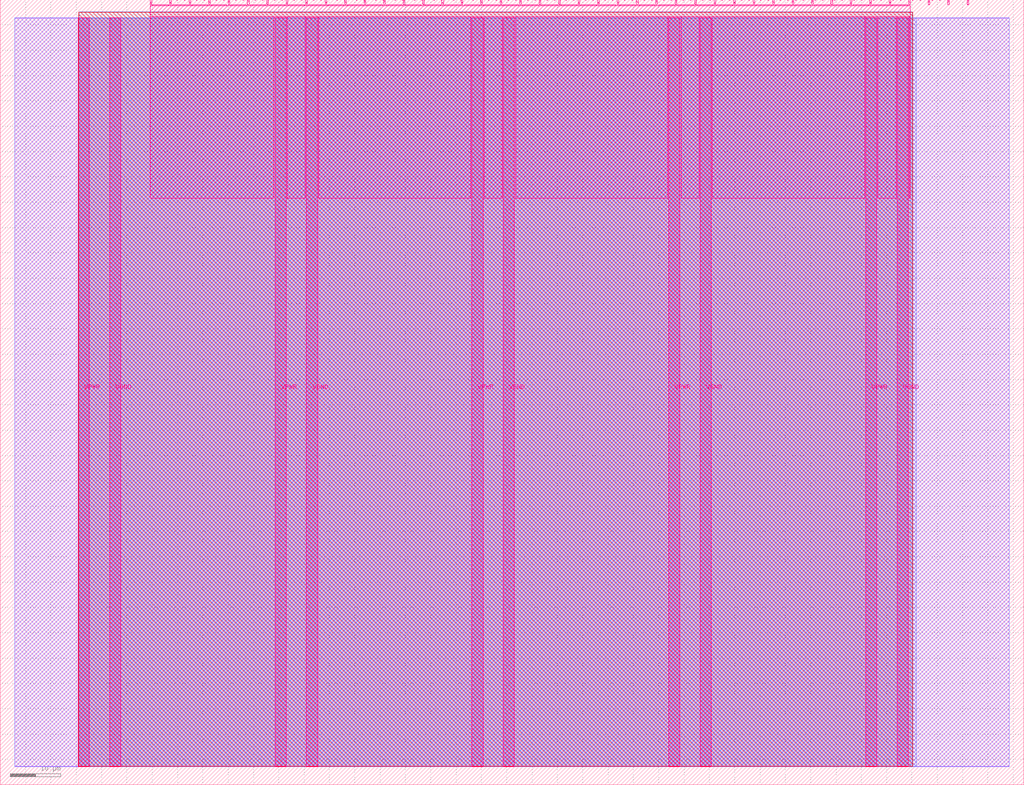
<source format=lef>
VERSION 5.7 ;
  NOWIREEXTENSIONATPIN ON ;
  DIVIDERCHAR "/" ;
  BUSBITCHARS "[]" ;
MACRO tt_um_array_mult_structural
  CLASS BLOCK ;
  FOREIGN tt_um_array_mult_structural ;
  ORIGIN 0.000 0.000 ;
  SIZE 202.080 BY 154.980 ;
  PIN VGND
    DIRECTION INOUT ;
    USE GROUND ;
    PORT
      LAYER Metal5 ;
        RECT 21.580 3.560 23.780 151.420 ;
    END
    PORT
      LAYER Metal5 ;
        RECT 60.450 3.560 62.650 151.420 ;
    END
    PORT
      LAYER Metal5 ;
        RECT 99.320 3.560 101.520 151.420 ;
    END
    PORT
      LAYER Metal5 ;
        RECT 138.190 3.560 140.390 151.420 ;
    END
    PORT
      LAYER Metal5 ;
        RECT 177.060 3.560 179.260 151.420 ;
    END
  END VGND
  PIN VPWR
    DIRECTION INOUT ;
    USE POWER ;
    PORT
      LAYER Metal5 ;
        RECT 15.380 3.560 17.580 151.420 ;
    END
    PORT
      LAYER Metal5 ;
        RECT 54.250 3.560 56.450 151.420 ;
    END
    PORT
      LAYER Metal5 ;
        RECT 93.120 3.560 95.320 151.420 ;
    END
    PORT
      LAYER Metal5 ;
        RECT 131.990 3.560 134.190 151.420 ;
    END
    PORT
      LAYER Metal5 ;
        RECT 170.860 3.560 173.060 151.420 ;
    END
  END VPWR
  PIN clk
    DIRECTION INPUT ;
    USE SIGNAL ;
    PORT
      LAYER Metal5 ;
        RECT 187.050 153.980 187.350 154.980 ;
    END
  END clk
  PIN ena
    DIRECTION INPUT ;
    USE SIGNAL ;
    PORT
      LAYER Metal5 ;
        RECT 190.890 153.980 191.190 154.980 ;
    END
  END ena
  PIN rst_n
    DIRECTION INPUT ;
    USE SIGNAL ;
    PORT
      LAYER Metal5 ;
        RECT 183.210 153.980 183.510 154.980 ;
    END
  END rst_n
  PIN ui_in[0]
    DIRECTION INPUT ;
    USE SIGNAL ;
    ANTENNAGATEAREA 0.213200 ;
    PORT
      LAYER Metal5 ;
        RECT 179.370 153.980 179.670 154.980 ;
    END
  END ui_in[0]
  PIN ui_in[1]
    DIRECTION INPUT ;
    USE SIGNAL ;
    ANTENNAGATEAREA 0.213200 ;
    PORT
      LAYER Metal5 ;
        RECT 175.530 153.980 175.830 154.980 ;
    END
  END ui_in[1]
  PIN ui_in[2]
    DIRECTION INPUT ;
    USE SIGNAL ;
    ANTENNAGATEAREA 0.213200 ;
    PORT
      LAYER Metal5 ;
        RECT 171.690 153.980 171.990 154.980 ;
    END
  END ui_in[2]
  PIN ui_in[3]
    DIRECTION INPUT ;
    USE SIGNAL ;
    ANTENNAGATEAREA 0.314600 ;
    PORT
      LAYER Metal5 ;
        RECT 167.850 153.980 168.150 154.980 ;
    END
  END ui_in[3]
  PIN ui_in[4]
    DIRECTION INPUT ;
    USE SIGNAL ;
    ANTENNAGATEAREA 0.314600 ;
    PORT
      LAYER Metal5 ;
        RECT 164.010 153.980 164.310 154.980 ;
    END
  END ui_in[4]
  PIN ui_in[5]
    DIRECTION INPUT ;
    USE SIGNAL ;
    ANTENNAGATEAREA 0.213200 ;
    PORT
      LAYER Metal5 ;
        RECT 160.170 153.980 160.470 154.980 ;
    END
  END ui_in[5]
  PIN ui_in[6]
    DIRECTION INPUT ;
    USE SIGNAL ;
    ANTENNAGATEAREA 0.213200 ;
    PORT
      LAYER Metal5 ;
        RECT 156.330 153.980 156.630 154.980 ;
    END
  END ui_in[6]
  PIN ui_in[7]
    DIRECTION INPUT ;
    USE SIGNAL ;
    ANTENNAGATEAREA 0.213200 ;
    PORT
      LAYER Metal5 ;
        RECT 152.490 153.980 152.790 154.980 ;
    END
  END ui_in[7]
  PIN uio_in[0]
    DIRECTION INPUT ;
    USE SIGNAL ;
    PORT
      LAYER Metal5 ;
        RECT 148.650 153.980 148.950 154.980 ;
    END
  END uio_in[0]
  PIN uio_in[1]
    DIRECTION INPUT ;
    USE SIGNAL ;
    PORT
      LAYER Metal5 ;
        RECT 144.810 153.980 145.110 154.980 ;
    END
  END uio_in[1]
  PIN uio_in[2]
    DIRECTION INPUT ;
    USE SIGNAL ;
    PORT
      LAYER Metal5 ;
        RECT 140.970 153.980 141.270 154.980 ;
    END
  END uio_in[2]
  PIN uio_in[3]
    DIRECTION INPUT ;
    USE SIGNAL ;
    PORT
      LAYER Metal5 ;
        RECT 137.130 153.980 137.430 154.980 ;
    END
  END uio_in[3]
  PIN uio_in[4]
    DIRECTION INPUT ;
    USE SIGNAL ;
    PORT
      LAYER Metal5 ;
        RECT 133.290 153.980 133.590 154.980 ;
    END
  END uio_in[4]
  PIN uio_in[5]
    DIRECTION INPUT ;
    USE SIGNAL ;
    PORT
      LAYER Metal5 ;
        RECT 129.450 153.980 129.750 154.980 ;
    END
  END uio_in[5]
  PIN uio_in[6]
    DIRECTION INPUT ;
    USE SIGNAL ;
    PORT
      LAYER Metal5 ;
        RECT 125.610 153.980 125.910 154.980 ;
    END
  END uio_in[6]
  PIN uio_in[7]
    DIRECTION INPUT ;
    USE SIGNAL ;
    PORT
      LAYER Metal5 ;
        RECT 121.770 153.980 122.070 154.980 ;
    END
  END uio_in[7]
  PIN uio_oe[0]
    DIRECTION OUTPUT ;
    USE SIGNAL ;
    ANTENNADIFFAREA 0.299200 ;
    PORT
      LAYER Metal5 ;
        RECT 56.490 153.980 56.790 154.980 ;
    END
  END uio_oe[0]
  PIN uio_oe[1]
    DIRECTION OUTPUT ;
    USE SIGNAL ;
    ANTENNADIFFAREA 0.299200 ;
    PORT
      LAYER Metal5 ;
        RECT 52.650 153.980 52.950 154.980 ;
    END
  END uio_oe[1]
  PIN uio_oe[2]
    DIRECTION OUTPUT ;
    USE SIGNAL ;
    ANTENNADIFFAREA 0.299200 ;
    PORT
      LAYER Metal5 ;
        RECT 48.810 153.980 49.110 154.980 ;
    END
  END uio_oe[2]
  PIN uio_oe[3]
    DIRECTION OUTPUT ;
    USE SIGNAL ;
    ANTENNADIFFAREA 0.299200 ;
    PORT
      LAYER Metal5 ;
        RECT 44.970 153.980 45.270 154.980 ;
    END
  END uio_oe[3]
  PIN uio_oe[4]
    DIRECTION OUTPUT ;
    USE SIGNAL ;
    ANTENNADIFFAREA 0.299200 ;
    PORT
      LAYER Metal5 ;
        RECT 41.130 153.980 41.430 154.980 ;
    END
  END uio_oe[4]
  PIN uio_oe[5]
    DIRECTION OUTPUT ;
    USE SIGNAL ;
    ANTENNADIFFAREA 0.299200 ;
    PORT
      LAYER Metal5 ;
        RECT 37.290 153.980 37.590 154.980 ;
    END
  END uio_oe[5]
  PIN uio_oe[6]
    DIRECTION OUTPUT ;
    USE SIGNAL ;
    ANTENNADIFFAREA 0.299200 ;
    PORT
      LAYER Metal5 ;
        RECT 33.450 153.980 33.750 154.980 ;
    END
  END uio_oe[6]
  PIN uio_oe[7]
    DIRECTION OUTPUT ;
    USE SIGNAL ;
    ANTENNADIFFAREA 0.299200 ;
    PORT
      LAYER Metal5 ;
        RECT 29.610 153.980 29.910 154.980 ;
    END
  END uio_oe[7]
  PIN uio_out[0]
    DIRECTION OUTPUT ;
    USE SIGNAL ;
    ANTENNADIFFAREA 0.299200 ;
    PORT
      LAYER Metal5 ;
        RECT 87.210 153.980 87.510 154.980 ;
    END
  END uio_out[0]
  PIN uio_out[1]
    DIRECTION OUTPUT ;
    USE SIGNAL ;
    ANTENNADIFFAREA 0.299200 ;
    PORT
      LAYER Metal5 ;
        RECT 83.370 153.980 83.670 154.980 ;
    END
  END uio_out[1]
  PIN uio_out[2]
    DIRECTION OUTPUT ;
    USE SIGNAL ;
    ANTENNADIFFAREA 0.299200 ;
    PORT
      LAYER Metal5 ;
        RECT 79.530 153.980 79.830 154.980 ;
    END
  END uio_out[2]
  PIN uio_out[3]
    DIRECTION OUTPUT ;
    USE SIGNAL ;
    ANTENNADIFFAREA 0.299200 ;
    PORT
      LAYER Metal5 ;
        RECT 75.690 153.980 75.990 154.980 ;
    END
  END uio_out[3]
  PIN uio_out[4]
    DIRECTION OUTPUT ;
    USE SIGNAL ;
    ANTENNADIFFAREA 0.299200 ;
    PORT
      LAYER Metal5 ;
        RECT 71.850 153.980 72.150 154.980 ;
    END
  END uio_out[4]
  PIN uio_out[5]
    DIRECTION OUTPUT ;
    USE SIGNAL ;
    ANTENNADIFFAREA 0.299200 ;
    PORT
      LAYER Metal5 ;
        RECT 68.010 153.980 68.310 154.980 ;
    END
  END uio_out[5]
  PIN uio_out[6]
    DIRECTION OUTPUT ;
    USE SIGNAL ;
    ANTENNADIFFAREA 0.299200 ;
    PORT
      LAYER Metal5 ;
        RECT 64.170 153.980 64.470 154.980 ;
    END
  END uio_out[6]
  PIN uio_out[7]
    DIRECTION OUTPUT ;
    USE SIGNAL ;
    ANTENNADIFFAREA 0.299200 ;
    PORT
      LAYER Metal5 ;
        RECT 60.330 153.980 60.630 154.980 ;
    END
  END uio_out[7]
  PIN uo_out[0]
    DIRECTION OUTPUT ;
    USE SIGNAL ;
    ANTENNADIFFAREA 0.654800 ;
    PORT
      LAYER Metal5 ;
        RECT 117.930 153.980 118.230 154.980 ;
    END
  END uo_out[0]
  PIN uo_out[1]
    DIRECTION OUTPUT ;
    USE SIGNAL ;
    ANTENNADIFFAREA 0.654800 ;
    PORT
      LAYER Metal5 ;
        RECT 114.090 153.980 114.390 154.980 ;
    END
  END uo_out[1]
  PIN uo_out[2]
    DIRECTION OUTPUT ;
    USE SIGNAL ;
    ANTENNADIFFAREA 0.654800 ;
    PORT
      LAYER Metal5 ;
        RECT 110.250 153.980 110.550 154.980 ;
    END
  END uo_out[2]
  PIN uo_out[3]
    DIRECTION OUTPUT ;
    USE SIGNAL ;
    ANTENNADIFFAREA 0.654800 ;
    PORT
      LAYER Metal5 ;
        RECT 106.410 153.980 106.710 154.980 ;
    END
  END uo_out[3]
  PIN uo_out[4]
    DIRECTION OUTPUT ;
    USE SIGNAL ;
    ANTENNADIFFAREA 0.654800 ;
    PORT
      LAYER Metal5 ;
        RECT 102.570 153.980 102.870 154.980 ;
    END
  END uo_out[4]
  PIN uo_out[5]
    DIRECTION OUTPUT ;
    USE SIGNAL ;
    ANTENNADIFFAREA 0.654800 ;
    PORT
      LAYER Metal5 ;
        RECT 98.730 153.980 99.030 154.980 ;
    END
  END uo_out[5]
  PIN uo_out[6]
    DIRECTION OUTPUT ;
    USE SIGNAL ;
    ANTENNADIFFAREA 0.654800 ;
    PORT
      LAYER Metal5 ;
        RECT 94.890 153.980 95.190 154.980 ;
    END
  END uo_out[6]
  PIN uo_out[7]
    DIRECTION OUTPUT ;
    USE SIGNAL ;
    ANTENNADIFFAREA 0.654800 ;
    PORT
      LAYER Metal5 ;
        RECT 91.050 153.980 91.350 154.980 ;
    END
  END uo_out[7]
  OBS
      LAYER GatPoly ;
        RECT 2.880 3.630 199.200 151.350 ;
      LAYER Metal1 ;
        RECT 2.880 3.560 199.200 151.420 ;
      LAYER Metal2 ;
        RECT 15.515 3.680 180.865 151.300 ;
      LAYER Metal3 ;
        RECT 15.560 3.635 180.100 152.605 ;
      LAYER Metal4 ;
        RECT 15.515 3.680 180.145 152.560 ;
      LAYER Metal5 ;
        RECT 30.120 153.770 33.240 153.980 ;
        RECT 33.960 153.770 37.080 153.980 ;
        RECT 37.800 153.770 40.920 153.980 ;
        RECT 41.640 153.770 44.760 153.980 ;
        RECT 45.480 153.770 48.600 153.980 ;
        RECT 49.320 153.770 52.440 153.980 ;
        RECT 53.160 153.770 56.280 153.980 ;
        RECT 57.000 153.770 60.120 153.980 ;
        RECT 60.840 153.770 63.960 153.980 ;
        RECT 64.680 153.770 67.800 153.980 ;
        RECT 68.520 153.770 71.640 153.980 ;
        RECT 72.360 153.770 75.480 153.980 ;
        RECT 76.200 153.770 79.320 153.980 ;
        RECT 80.040 153.770 83.160 153.980 ;
        RECT 83.880 153.770 87.000 153.980 ;
        RECT 87.720 153.770 90.840 153.980 ;
        RECT 91.560 153.770 94.680 153.980 ;
        RECT 95.400 153.770 98.520 153.980 ;
        RECT 99.240 153.770 102.360 153.980 ;
        RECT 103.080 153.770 106.200 153.980 ;
        RECT 106.920 153.770 110.040 153.980 ;
        RECT 110.760 153.770 113.880 153.980 ;
        RECT 114.600 153.770 117.720 153.980 ;
        RECT 118.440 153.770 121.560 153.980 ;
        RECT 122.280 153.770 125.400 153.980 ;
        RECT 126.120 153.770 129.240 153.980 ;
        RECT 129.960 153.770 133.080 153.980 ;
        RECT 133.800 153.770 136.920 153.980 ;
        RECT 137.640 153.770 140.760 153.980 ;
        RECT 141.480 153.770 144.600 153.980 ;
        RECT 145.320 153.770 148.440 153.980 ;
        RECT 149.160 153.770 152.280 153.980 ;
        RECT 153.000 153.770 156.120 153.980 ;
        RECT 156.840 153.770 159.960 153.980 ;
        RECT 160.680 153.770 163.800 153.980 ;
        RECT 164.520 153.770 167.640 153.980 ;
        RECT 168.360 153.770 171.480 153.980 ;
        RECT 172.200 153.770 175.320 153.980 ;
        RECT 176.040 153.770 179.160 153.980 ;
        RECT 29.660 151.630 179.620 153.770 ;
        RECT 29.660 115.775 54.040 151.630 ;
        RECT 56.660 115.775 60.240 151.630 ;
        RECT 62.860 115.775 92.910 151.630 ;
        RECT 95.530 115.775 99.110 151.630 ;
        RECT 101.730 115.775 131.780 151.630 ;
        RECT 134.400 115.775 137.980 151.630 ;
        RECT 140.600 115.775 170.650 151.630 ;
        RECT 173.270 115.775 176.850 151.630 ;
        RECT 179.470 115.775 179.620 151.630 ;
  END
END tt_um_array_mult_structural
END LIBRARY


</source>
